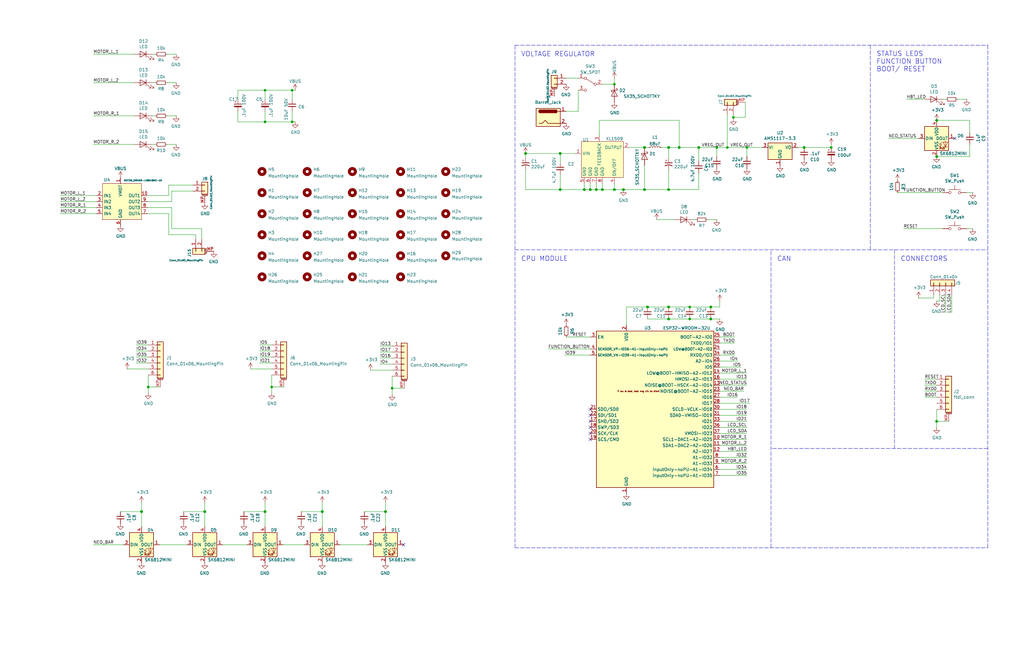
<source format=kicad_sch>
(kicad_sch (version 20211123) (generator eeschema)
  (paper "B")
  (title_block (rev "1.0P") (company "Evezor Inc."))
  (junction (at 294.64 62.23) (diameter 1.016))
  (junction (at 123.19 51.435))
  (junction (at 59.69 215.9) (diameter 1.016))
  (junction (at 246.38 80.01) (diameter 1.016))
  (junction (at 162.56 215.9) (diameter 1.016))
  (junction (at 236.22 80.01) (diameter 1.016))
  (junction (at 271.78 80.01) (diameter 1.016))
  (junction (at 299.72 129.54) (diameter 1.016))
  (junction (at 309.245 49.53))
  (junction (at 273.05 129.54) (diameter 1.016))
  (junction (at 86.36 215.9) (diameter 1.016))
  (junction (at 165.354 163.83))
  (junction (at 135.89 215.9) (diameter 1.016))
  (junction (at 262.89 80.01) (diameter 1.016))
  (junction (at 306.705 62.23))
  (junction (at 254 80.01) (diameter 1.016))
  (junction (at 394.97 50.8) (diameter 1.016))
  (junction (at 394.97 66.04) (diameter 1.016))
  (junction (at 281.94 134.62) (diameter 1.016))
  (junction (at 302.26 62.23))
  (junction (at 248.92 80.01) (diameter 1.016))
  (junction (at 339.09 62.23) (diameter 1.016))
  (junction (at 111.76 51.435))
  (junction (at 251.46 80.01) (diameter 1.016))
  (junction (at 259.08 35.56))
  (junction (at 299.72 134.62) (diameter 1.016))
  (junction (at 281.94 129.54) (diameter 1.016))
  (junction (at 290.83 134.62))
  (junction (at 281.94 62.23) (diameter 1.016))
  (junction (at 111.76 38.1))
  (junction (at 314.96 62.23))
  (junction (at 114.554 163.322))
  (junction (at 286.385 62.23) (diameter 1.016))
  (junction (at 350.52 62.23))
  (junction (at 281.94 80.01) (diameter 1.016))
  (junction (at 62.484 163.322))
  (junction (at 123.19 38.1))
  (junction (at 394.97 177.8) (diameter 1.016))
  (junction (at 259.08 80.01) (diameter 1.016))
  (junction (at 236.22 64.77) (diameter 1.016))
  (junction (at 271.78 62.23) (diameter 1.016))
  (junction (at 221.615 64.77) (diameter 1.016))
  (junction (at 290.83 129.54))
  (junction (at 111.76 215.9) (diameter 1.016))
  (no_connect (at 248.92 180.34))
  (no_connect (at 248.92 177.8))
  (no_connect (at 248.92 172.72))
  (no_connect (at 402.59 58.42))
  (no_connect (at 248.92 175.26))
  (no_connect (at 248.92 182.88))
  (no_connect (at 170.18 229.87))
  (no_connect (at 248.92 185.42))
  (wire (pts (xy 401.32 124.46) (xy 401.32 132.08)))
  (wire (pts (xy 50.8 215.9) (xy 59.69 215.9)))
  (wire (pts (xy 111.76 38.1) (xy 111.76 41.91)))
  (polyline (pts (xy 367.03 19.05) (xy 367.03 105.41)) (stroke (width 0) (type dash)))
  (wire (pts (xy 387.35 58.42) (xy 374.65 58.42)))
  (wire (pts (xy 123.19 51.435) (xy 124.46 51.435)))
  (wire (pts (xy 127 215.9) (xy 135.89 215.9)))
  (wire (pts (xy 25.4 87.63) (xy 40.64 87.63)))
  (wire (pts (xy 387.35 125.73) (xy 393.7 125.73)))
  (wire (pts (xy 123.19 38.1) (xy 123.19 41.91)))
  (wire (pts (xy 160.274 153.67) (xy 165.354 153.67)))
  (wire (pts (xy 102.87 215.9) (xy 111.76 215.9)))
  (wire (pts (xy 111.76 215.9) (xy 111.76 222.25)))
  (wire (pts (xy 77.47 215.9) (xy 86.36 215.9)))
  (wire (pts (xy 39.37 22.86) (xy 56.515 22.86)))
  (wire (pts (xy 314.325 49.53) (xy 309.245 49.53)))
  (wire (pts (xy 53.594 155.702) (xy 62.484 155.702)))
  (wire (pts (xy 306.705 48.26) (xy 306.705 62.23)))
  (wire (pts (xy 111.76 51.435) (xy 111.76 46.99)))
  (wire (pts (xy 403.86 41.91) (xy 407.67 41.91)))
  (wire (pts (xy 100.33 51.435) (xy 111.76 51.435)))
  (wire (pts (xy 294.64 62.23) (xy 294.64 67.945)))
  (wire (pts (xy 303.53 142.24) (xy 309.88 142.24)))
  (wire (pts (xy 396.24 127) (xy 396.24 124.46)))
  (wire (pts (xy 394.97 66.04) (xy 408.94 66.04)))
  (wire (pts (xy 238.76 46.99) (xy 243.84 46.99)))
  (wire (pts (xy 64.135 34.925) (xy 65.405 34.925)))
  (wire (pts (xy 278.765 62.23) (xy 281.94 62.23)))
  (wire (pts (xy 262.89 80.01) (xy 271.78 80.01)))
  (wire (pts (xy 314.96 62.23) (xy 314.96 66.04)))
  (wire (pts (xy 221.615 80.01) (xy 236.22 80.01)))
  (wire (pts (xy 162.56 215.9) (xy 162.56 212.09)))
  (wire (pts (xy 299.72 129.54) (xy 303.53 129.54)))
  (wire (pts (xy 314.96 62.23) (xy 321.31 62.23)))
  (wire (pts (xy 57.404 153.162) (xy 62.484 153.162)))
  (wire (pts (xy 62.23 90.17) (xy 71.12 90.17)))
  (wire (pts (xy 71.12 90.17) (xy 71.12 99.06)))
  (wire (pts (xy 71.12 99.06) (xy 82.55 99.06)))
  (wire (pts (xy 111.76 215.9) (xy 111.76 212.09)))
  (wire (pts (xy 236.22 64.77) (xy 221.615 64.77)))
  (wire (pts (xy 389.89 160.02) (xy 394.97 160.02)))
  (wire (pts (xy 252.73 50.8) (xy 252.73 57.15)))
  (wire (pts (xy 105.664 155.702) (xy 114.554 155.702)))
  (wire (pts (xy 100.33 38.1) (xy 111.76 38.1)))
  (wire (pts (xy 86.36 215.9) (xy 86.36 222.25)))
  (wire (pts (xy 281.94 80.01) (xy 294.64 80.01)))
  (wire (pts (xy 303.53 129.54) (xy 303.53 127)))
  (polyline (pts (xy 217.17 19.05) (xy 416.56 19.05)) (stroke (width 0) (type dash)))
  (wire (pts (xy 303.53 190.5) (xy 314.96 190.5)))
  (wire (pts (xy 259.08 33.02) (xy 259.08 35.56)))
  (wire (pts (xy 394.97 177.8) (xy 400.05 177.8)))
  (wire (pts (xy 85.09 96.52) (xy 85.09 100.965)))
  (wire (pts (xy 135.89 215.9) (xy 135.89 212.09)))
  (wire (pts (xy 303.53 200.66) (xy 314.96 200.66)))
  (wire (pts (xy 290.83 129.54) (xy 299.72 129.54)))
  (wire (pts (xy 111.76 38.1) (xy 123.19 38.1)))
  (wire (pts (xy 303.53 198.12) (xy 314.96 198.12)))
  (wire (pts (xy 314.325 43.18) (xy 314.325 49.53)))
  (wire (pts (xy 165.354 163.83) (xy 170.434 163.83)))
  (wire (pts (xy 243.84 38.1) (xy 243.84 46.99)))
  (wire (pts (xy 303.53 165.1) (xy 313.69 165.1)))
  (wire (pts (xy 59.69 215.9) (xy 59.69 212.09)))
  (wire (pts (xy 25.4 82.55) (xy 40.64 82.55)))
  (wire (pts (xy 123.19 51.435) (xy 123.19 46.99)))
  (wire (pts (xy 246.38 80.01) (xy 248.92 80.01)))
  (wire (pts (xy 309.88 149.86) (xy 303.53 149.86)))
  (wire (pts (xy 39.37 34.925) (xy 56.515 34.925)))
  (wire (pts (xy 294.64 62.23) (xy 302.26 62.23)))
  (wire (pts (xy 378.46 81.28) (xy 397.51 81.28)))
  (wire (pts (xy 382.27 41.91) (xy 389.89 41.91)))
  (wire (pts (xy 254 80.01) (xy 259.08 80.01)))
  (wire (pts (xy 336.55 62.23) (xy 339.09 62.23)))
  (wire (pts (xy 162.56 215.9) (xy 162.56 222.25)))
  (wire (pts (xy 109.474 145.542) (xy 114.554 145.542)))
  (wire (pts (xy 286.385 50.8) (xy 286.385 62.23)))
  (wire (pts (xy 111.76 51.435) (xy 123.19 51.435)))
  (wire (pts (xy 160.274 146.05) (xy 165.354 146.05)))
  (wire (pts (xy 236.22 64.77) (xy 236.22 68.58)))
  (wire (pts (xy 70.485 34.925) (xy 74.295 34.925)))
  (wire (pts (xy 59.69 215.9) (xy 59.69 222.25)))
  (wire (pts (xy 114.554 163.322) (xy 114.554 165.862)))
  (wire (pts (xy 394.97 172.72) (xy 394.97 177.8)))
  (wire (pts (xy 394.97 177.8) (xy 394.97 180.34)))
  (wire (pts (xy 407.67 81.28) (xy 410.21 81.28)))
  (wire (pts (xy 52.07 229.87) (xy 39.37 229.87)))
  (polyline (pts (xy 217.17 231.14) (xy 217.17 19.05)) (stroke (width 0) (type dash)))
  (wire (pts (xy 394.97 167.64) (xy 389.89 167.64)))
  (wire (pts (xy 303.53 160.02) (xy 314.96 160.02)))
  (wire (pts (xy 100.33 38.1) (xy 100.33 41.91)))
  (wire (pts (xy 39.37 48.895) (xy 56.515 48.895)))
  (wire (pts (xy 294.64 73.025) (xy 294.64 80.01)))
  (wire (pts (xy 407.67 96.52) (xy 410.21 96.52)))
  (wire (pts (xy 62.484 158.242) (xy 62.484 163.322)))
  (wire (pts (xy 70.485 22.86) (xy 74.295 22.86)))
  (wire (pts (xy 303.53 152.4) (xy 311.15 152.4)))
  (polyline (pts (xy 416.56 189.23) (xy 325.12 189.23)) (stroke (width 0) (type dash)))
  (wire (pts (xy 271.78 80.01) (xy 281.94 80.01)))
  (wire (pts (xy 248.92 77.47) (xy 248.92 80.01)))
  (wire (pts (xy 299.72 134.62) (xy 303.53 134.62)))
  (polyline (pts (xy 416.56 19.05) (xy 416.56 231.14)) (stroke (width 0) (type dash)))
  (wire (pts (xy 119.38 229.87) (xy 128.27 229.87)))
  (wire (pts (xy 248.92 80.01) (xy 251.46 80.01)))
  (wire (pts (xy 143.51 229.87) (xy 154.94 229.87)))
  (wire (pts (xy 281.94 134.62) (xy 290.83 134.62)))
  (wire (pts (xy 93.98 229.87) (xy 104.14 229.87)))
  (wire (pts (xy 303.53 162.56) (xy 314.96 162.56)))
  (wire (pts (xy 221.615 71.755) (xy 221.615 80.01)))
  (polyline (pts (xy 377.19 105.41) (xy 377.19 189.23)) (stroke (width 0) (type dash)))
  (wire (pts (xy 251.46 77.47) (xy 251.46 80.01)))
  (wire (pts (xy 281.94 62.23) (xy 286.385 62.23)))
  (wire (pts (xy 25.4 90.17) (xy 40.64 90.17)))
  (wire (pts (xy 160.274 151.13) (xy 165.354 151.13)))
  (wire (pts (xy 25.4 85.09) (xy 40.64 85.09)))
  (wire (pts (xy 259.08 77.47) (xy 259.08 80.01)))
  (wire (pts (xy 242.57 64.77) (xy 236.22 64.77)))
  (wire (pts (xy 271.78 62.23) (xy 273.685 62.23)))
  (wire (pts (xy 303.53 187.96) (xy 314.96 187.96)))
  (wire (pts (xy 231.14 147.32) (xy 248.92 147.32)))
  (wire (pts (xy 62.23 82.55) (xy 71.12 82.55)))
  (wire (pts (xy 71.12 78.105) (xy 81.28 78.105)))
  (wire (pts (xy 71.12 82.55) (xy 71.12 78.105)))
  (wire (pts (xy 303.53 182.88) (xy 314.96 182.88)))
  (wire (pts (xy 271.78 80.01) (xy 271.78 69.85)))
  (wire (pts (xy 236.22 73.66) (xy 236.22 80.01)))
  (wire (pts (xy 303.53 157.48) (xy 314.96 157.48)))
  (wire (pts (xy 316.23 170.18) (xy 303.53 170.18)))
  (wire (pts (xy 286.385 62.23) (xy 294.64 62.23)))
  (wire (pts (xy 408.94 66.04) (xy 408.94 60.96)))
  (wire (pts (xy 303.53 185.42) (xy 314.96 185.42)))
  (wire (pts (xy 109.474 153.162) (xy 114.554 153.162)))
  (wire (pts (xy 165.354 158.75) (xy 165.354 163.83)))
  (wire (pts (xy 114.554 163.322) (xy 119.634 163.322)))
  (wire (pts (xy 238.76 142.24) (xy 248.92 142.24)))
  (wire (pts (xy 302.26 62.23) (xy 302.26 66.04)))
  (wire (pts (xy 309.245 49.53) (xy 309.245 50.165)))
  (wire (pts (xy 281.94 129.54) (xy 290.83 129.54)))
  (wire (pts (xy 238.76 33.02) (xy 243.84 33.02)))
  (polyline (pts (xy 217.17 231.14) (xy 416.56 231.14)) (stroke (width 0) (type dash)))
  (wire (pts (xy 123.19 38.1) (xy 124.46 38.1)))
  (wire (pts (xy 381 96.52) (xy 397.51 96.52)))
  (polyline (pts (xy 217.17 105.41) (xy 416.56 105.41)) (stroke (width 0) (type dash)))
  (wire (pts (xy 62.23 87.63) (xy 72.39 87.63)))
  (wire (pts (xy 72.39 87.63) (xy 72.39 96.52)))
  (wire (pts (xy 72.39 96.52) (xy 85.09 96.52)))
  (wire (pts (xy 264.16 137.16) (xy 264.16 129.54)))
  (wire (pts (xy 246.38 77.47) (xy 246.38 80.01)))
  (wire (pts (xy 156.21 156.21) (xy 165.354 156.21)))
  (wire (pts (xy 62.484 163.322) (xy 62.484 165.862)))
  (wire (pts (xy 254 35.56) (xy 259.08 35.56)))
  (wire (pts (xy 273.05 129.54) (xy 281.94 129.54)))
  (wire (pts (xy 393.7 125.73) (xy 393.7 124.46)))
  (wire (pts (xy 254 77.47) (xy 254 80.01)))
  (wire (pts (xy 57.404 145.542) (xy 62.484 145.542)))
  (wire (pts (xy 394.97 50.8) (xy 408.94 50.8)))
  (wire (pts (xy 259.08 80.01) (xy 262.89 80.01)))
  (wire (pts (xy 64.135 48.895) (xy 65.405 48.895)))
  (wire (pts (xy 350.52 60.96) (xy 350.52 62.23)))
  (wire (pts (xy 298.45 92.71) (xy 302.26 92.71)))
  (wire (pts (xy 309.245 48.26) (xy 309.245 49.53)))
  (wire (pts (xy 86.36 215.9) (xy 86.36 212.09)))
  (wire (pts (xy 57.404 148.082) (xy 62.484 148.082)))
  (wire (pts (xy 238.125 149.86) (xy 248.92 149.86)))
  (wire (pts (xy 290.83 134.62) (xy 299.72 134.62)))
  (wire (pts (xy 389.89 165.1) (xy 394.97 165.1)))
  (wire (pts (xy 339.09 62.23) (xy 350.52 62.23)))
  (wire (pts (xy 72.39 80.645) (xy 72.39 85.09)))
  (wire (pts (xy 72.39 80.645) (xy 81.28 80.645)))
  (wire (pts (xy 72.39 85.09) (xy 62.23 85.09)))
  (polyline (pts (xy 325.12 231.14) (xy 325.12 105.41)) (stroke (width 0) (type dash)))
  (wire (pts (xy 303.53 175.26) (xy 314.96 175.26)))
  (wire (pts (xy 114.554 158.242) (xy 114.554 163.322)))
  (wire (pts (xy 39.37 60.96) (xy 56.515 60.96)))
  (wire (pts (xy 236.22 80.01) (xy 246.38 80.01)))
  (wire (pts (xy 303.53 180.34) (xy 314.96 180.34)))
  (wire (pts (xy 135.89 215.9) (xy 135.89 222.25)))
  (wire (pts (xy 265.43 62.23) (xy 271.78 62.23)))
  (wire (pts (xy 302.26 62.23) (xy 306.705 62.23)))
  (wire (pts (xy 109.474 150.622) (xy 114.554 150.622)))
  (wire (pts (xy 311.15 167.64) (xy 303.53 167.64)))
  (wire (pts (xy 57.404 150.622) (xy 62.484 150.622)))
  (wire (pts (xy 252.73 50.8) (xy 286.385 50.8)))
  (wire (pts (xy 221.615 64.77) (xy 221.615 66.675)))
  (wire (pts (xy 82.55 99.06) (xy 82.55 100.965)))
  (wire (pts (xy 303.53 172.72) (xy 314.96 172.72)))
  (wire (pts (xy 306.705 62.23) (xy 314.96 62.23)))
  (wire (pts (xy 273.05 134.62) (xy 281.94 134.62)))
  (wire (pts (xy 165.354 163.83) (xy 165.354 166.37)))
  (wire (pts (xy 67.31 229.87) (xy 78.74 229.87)))
  (wire (pts (xy 251.46 80.01) (xy 254 80.01)))
  (wire (pts (xy 281.94 80.01) (xy 281.94 71.755)))
  (wire (pts (xy 276.86 92.71) (xy 284.48 92.71)))
  (wire (pts (xy 303.53 177.8) (xy 314.96 177.8)))
  (wire (pts (xy 70.485 48.895) (xy 74.295 48.895)))
  (wire (pts (xy 64.135 22.86) (xy 65.405 22.86)))
  (wire (pts (xy 292.1 92.71) (xy 293.37 92.71)))
  (wire (pts (xy 109.474 148.082) (xy 114.554 148.082)))
  (wire (pts (xy 303.53 195.58) (xy 314.96 195.58)))
  (wire (pts (xy 394.97 127) (xy 396.24 127)))
  (wire (pts (xy 264.16 129.54) (xy 273.05 129.54)))
  (wire (pts (xy 398.78 124.46) (xy 398.78 132.08)))
  (wire (pts (xy 153.67 215.9) (xy 162.56 215.9)))
  (wire (pts (xy 303.53 144.78) (xy 309.88 144.78)))
  (wire (pts (xy 62.484 163.322) (xy 67.564 163.322)))
  (wire (pts (xy 160.274 148.59) (xy 165.354 148.59)))
  (wire (pts (xy 408.94 50.8) (xy 408.94 55.88)))
  (wire (pts (xy 70.485 60.96) (xy 74.295 60.96)))
  (wire (pts (xy 303.53 193.04) (xy 314.96 193.04)))
  (wire (pts (xy 64.135 60.96) (xy 65.405 60.96)))
  (wire (pts (xy 397.51 41.91) (xy 398.78 41.91)))
  (wire (pts (xy 389.89 162.56) (xy 394.97 162.56)))
  (wire (pts (xy 281.94 62.23) (xy 281.94 66.675)))
  (wire (pts (xy 303.53 154.94) (xy 312.42 154.94)))
  (wire (pts (xy 100.33 46.99) (xy 100.33 51.435)))
  (text "VOLTAGE REGULATOR" (at 219.71 24.13 0) (effects (font (size 2.0066 2.0066)) (justify left bottom)))
  (text "CPU MODULE" (at 219.71 110.49 0) (effects (font (size 2.0066 2.0066)) (justify left bottom)))
  (text "CAN \n" (at 327.66 110.49 0) (effects (font (size 2.0066 2.0066)) (justify left bottom)))
  (text "STATUS LEDS \nFUNCTION BUTTON\nBOOT/ RESET " (at 369.57 30.48 0) (effects (font (size 2.0066 2.0066)) (justify left bottom)))
  (text "CONNECTORS" (at 379.73 110.49 0) (effects (font (size 2.0066 2.0066)) (justify left bottom)))
  (label "MOTOR_R_1" (at 314.96 185.42 180))
  (label "MOTOR_R_1" (at 25.4 87.63 0))
  (label "TXDO" (at 309.88 144.78 180))
  (label "MOTOR_L_2" (at 314.96 187.96 180))
  (label "RESET" (at 241.3 142.24 0))
  (label "IO35" (at 314.96 200.66 180))
  (label "IO21" (at 314.96 177.8 180))
  (label "IO5" (at 109.474 145.542 0))
  (label "IO4" (at 160.274 153.67 0))
  (label "IO34" (at 314.96 198.12 180))
  (label "IO4" (at 311.15 152.4 180))
  (label "IO18" (at 314.96 172.72 180))
  (label "HBT_LED" (at 314.96 190.5 180))
  (label "HBT_LED" (at 382.27 41.91 0))
  (label "MOTOR_R_2" (at 39.37 60.96 0))
  (label "MOTOR_R_1" (at 39.37 48.895 0))
  (label "MOTOR_L_1" (at 25.4 82.55 0))
  (label "MOTOR_L_2" (at 25.4 85.09 0))
  (label "LCD_SCL" (at 314.96 180.34 180))
  (label "NEO_BAR" (at 313.69 165.1 180))
  (label "IO39" (at 238.125 149.86 0))
  (label "IO16" (at 160.274 151.13 0))
  (label "RXD0" (at 389.89 165.1 0))
  (label "IO17" (at 316.23 170.18 180))
  (label "MOTOR_L_2" (at 39.37 34.925 0))
  (label "IO32" (at 57.404 153.162 0))
  (label "IO32" (at 314.96 193.04 180))
  (label "IO13" (at 314.96 160.02 180))
  (label "MOTOR_R_2" (at 314.96 195.58 180))
  (label "VREG_OUT" (at 317.5 62.23 180))
  (label "IO17" (at 160.274 148.59 0))
  (label "IO16" (at 311.15 167.64 180))
  (label "MOTOR_L_1" (at 39.37 22.86 0))
  (label "LCD_SCL" (at 398.78 132.08 90))
  (label "IO39" (at 57.404 145.542 0))
  (label "TXDO" (at 389.89 162.56 0))
  (label "FUNCTION_BUTTON" (at 381 81.28 0))
  (label "NEO_STATUS" (at 374.65 58.42 0))
  (label "IO19" (at 314.96 175.26 180))
  (label "LCD_SDA" (at 314.96 182.88 180))
  (label "IO21" (at 109.474 153.162 0))
  (label "VREG_OUT" (at 305.435 62.23 180))
  (label "IO34" (at 57.404 148.082 0))
  (label "RESET" (at 381 96.52 0))
  (label "LCD_SDA" (at 401.32 132.08 90))
  (label "IO35" (at 57.404 150.622 0))
  (label "MOTOR_L_1" (at 314.96 157.48 180))
  (label "IO18" (at 109.474 148.082 0))
  (label "FUNCTION_BUTTON" (at 231.14 147.32 0))
  (label "MOTOR_R_2" (at 25.4 90.17 0))
  (label "IO13" (at 160.274 146.05 0))
  (label "BOOT" (at 389.89 167.64 0))
  (label "RXD0" (at 309.88 149.86 180))
  (label "IO5" (at 312.42 154.94 180))
  (label "BOOT" (at 309.88 142.24 180))
  (label "NEO_BAR" (at 39.37 229.87 0))
  (label "NEO_STATUS" (at 314.96 162.56 180))
  (label "RESET" (at 389.89 160.02 0))
  (label "IO19" (at 109.474 150.622 0))
  (symbol (lib_id "power:+3.3V") (at 350.52 60.96 0) (unit 1)
    (property "Reference" "#PWR0101" (effects hide))
    (property "Value" "+3.3V" (at 350.901 56.5658 0))
  )
  (symbol (lib_id "Regulator_Linear:AMS1117-3.3") (at 328.93 62.23 0) (unit 1)
    (property "Reference" "U2" (at 328.93 56.0832 0))
    (property "Value" "AMS1117-3.3" (at 328.93 58.3946 0))
    (property "Footprint" "Package_TO_SOT_SMD:SOT-223-3_TabPin2" (effects hide))
    (property "Datasheet" "http://www.advanced-monolithic.com/pdf/ds1117.pdf" (effects hide))
  )
  (symbol (lib_id "power:GND") (at 328.93 69.85 0) (unit 1)
    (property "Reference" "#PWR0110" (effects hide))
    (property "Value" "GND" (at 329.057 74.2442 0))
  )
  (symbol (lib_id "Device:LED") (at 393.7 41.91 0) (mirror y) (unit 1)
    (property "Reference" "D3" (at 393.8778 36.4236 0))
    (property "Value" "LED" (at 393.8778 38.735 0))
    (property "Footprint" "LED_SMD:LED_0603_1608Metric" (effects hide))
  )
  (symbol (lib_id "Device:R_Small") (at 401.32 41.91 270) (mirror x) (unit 1)
    (property "Reference" "R5" (at 401.32 44.45 90))
    (property "Value" "10k" (at 401.32 39.37 90))
    (property "Footprint" "Resistor_SMD:R_0603_1608Metric" (effects hide))
  )
  (symbol (lib_id "power:GND") (at 407.67 41.91 0) (mirror y) (unit 1)
    (property "Reference" "#PWR0133" (effects hide))
    (property "Value" "GND" (at 407.543 46.3042 0))
  )
  (symbol (lib_id "power:GND") (at 410.21 81.28 0) (mirror y) (unit 1)
    (property "Reference" "#PWR0129" (effects hide))
    (property "Value" "GND" (at 410.083 85.6742 0))
  )
  (symbol (lib_id "Switch:SW_Push") (at 402.59 81.28 0) (unit 1)
    (property "Reference" "SW1" (at 402.59 74.041 0))
    (property "Value" "SW_Push" (at 402.59 76.3524 0))
    (property "Footprint" "Button_Switch_SMD:SWITCH_2x3_SMD_TACTILE_GREEN" (effects hide))
  )
  (symbol (lib_id "power:+3.3V") (at 394.97 50.8 0) (unit 1)
    (property "Reference" "#PWR0130" (effects hide))
    (property "Value" "+3.3V" (at 395.351 46.4058 0))
  )
  (symbol (lib_id "power:GND") (at 394.97 66.04 0) (mirror y) (unit 1)
    (property "Reference" "#PWR0131" (effects hide))
    (property "Value" "GND" (at 394.843 70.4342 0))
  )
  (symbol (lib_id "Device:C_Small") (at 408.94 58.42 180) (unit 1)
    (property "Reference" "C9" (at 414.7566 58.42 90))
    (property "Value" ".1uF" (at 412.4452 58.42 90))
    (property "Footprint" "Capacitor_SMD:C_0603_1608Metric" (effects hide))
  )
  (symbol (lib_id "Device:C_Small") (at 339.09 64.77 0) (unit 1)
    (property "Reference" "C10" (at 341.63 67.31 0) (effects (justify left)))
    (property "Value" ".1uF" (at 341.63 64.77 0) (effects (justify left)))
    (property "Footprint" "Capacitor_SMD:C_0603_1608Metric" (effects hide))
  )
  (symbol (lib_id "power:GND") (at 339.09 67.31 0) (unit 1)
    (property "Reference" "#PWR0137" (effects hide))
    (property "Value" "GND" (at 339.217 71.7042 0))
  )
  (symbol (lib_id "LED:SK6812MINI") (at 394.97 58.42 0) (unit 1)
    (property "Reference" "D6" (at 403.7076 57.2516 0) (effects (justify left)))
    (property "Value" "SK6812MINI" (at 396.24 64.77 0) (effects (justify left)))
    (property "Footprint" "LED_SMD:LED_SK6812MINI_PLCC4_3.5x3.5mm_P1.75mm" (effects hide))
    (property "Datasheet" "https://cdn-shop.adafruit.com/product-files/2686/SK6812MINI_REV.01-1-2.pdf" (effects hide))
  )
  (symbol (lib_id "Device:C_Small") (at 273.05 132.08 0) (unit 1)
    (property "Reference" "C7" (at 267.97 133.35 0) (effects (justify left)))
    (property "Value" "22uF" (at 266.7 130.81 0) (effects (justify left)))
    (property "Footprint" "Capacitor_SMD:C_0805_2012Metric" (effects hide))
  )
  (symbol (lib_id "Device:C_Small") (at 281.94 132.08 0) (unit 1)
    (property "Reference" "C11" (at 276.86 133.35 0) (effects (justify left)))
    (property "Value" "22uF" (at 275.59 130.81 0) (effects (justify left)))
    (property "Footprint" "Capacitor_SMD:C_0805_2012Metric" (effects hide))
  )
  (symbol (lib_id "Device:C_Small") (at 299.72 132.08 0) (unit 1)
    (property "Reference" "C13" (at 294.64 133.35 0) (effects (justify left)))
    (property "Value" "22uF" (at 293.37 130.81 0) (effects (justify left)))
    (property "Footprint" "Capacitor_SMD:C_0805_2012Metric" (effects hide))
  )
  (symbol (lib_id "Device:R_Small") (at 238.76 139.7 180) (unit 1)
    (property "Reference" "R6" (at 241.3 139.7 90))
    (property "Value" "10k" (at 236.22 139.7 90))
    (property "Footprint" "Resistor_SMD:R_0603_1608Metric" (effects hide))
  )
  (symbol (lib_id "Connector_Generic_MountingPin:Conn_01x06_MountingPin") (at 400.05 165.1 0) (unit 1)
    (property "Reference" "J2" (at 402.082 165.3032 0) (effects (justify left)))
    (property "Value" "ftdi_conn" (at 402.082 167.6146 0) (effects (justify left)))
    (property "Footprint" "Connector_JST:JST_SH_SM06B-SRSS-TB_1x06-1MP_P1.00mm_Horizontal" (effects hide))
  )
  (symbol (lib_id "power:+3.3V") (at 238.76 137.16 0) (unit 1)
    (property "Reference" "#PWR0113" (effects hide))
    (property "Value" "+3.3V" (at 239.141 132.7658 0))
  )
  (symbol (lib_id "power:+3.3V") (at 303.53 127 0) (unit 1)
    (property "Reference" "#PWR0114" (effects hide))
    (property "Value" "+3.3V" (at 303.911 122.6058 0))
  )
  (symbol (lib_id "power:GND") (at 303.53 134.62 0) (unit 1)
    (property "Reference" "#PWR0126" (effects hide))
    (property "Value" "GND" (at 303.657 139.0142 0))
  )
  (symbol (lib_id "power:GND") (at 394.97 180.34 0) (unit 1)
    (property "Reference" "#PWR0119" (effects hide))
    (property "Value" "GND" (at 395.097 184.7342 0))
  )
  (symbol (lib_id "power:GND") (at 264.16 208.28 0) (unit 1)
    (property "Reference" "#PWR0124" (effects hide))
    (property "Value" "GND" (at 264.287 212.6742 0))
  )
  (symbol (lib_id "RF_Module:ESP32-WROOM-32U") (at 276.86 172.72 0) (unit 1)
    (property "Reference" "U3" (at 273.05 138.43 0))
    (property "Value" "ESP32-WROOM-32U" (at 289.56 138.43 0))
    (property "Footprint" "RF_Module:ESP32-WROOM-32U_evezor" (effects hide))
    (property "Datasheet" "https://www.espressif.com/sites/default/files/documentation/esp32-wroom-32d_esp32-wroom-32u_datasheet_en.pdf" (effects hide))
  )
  (symbol (lib_id "power:GND") (at 410.21 96.52 0) (mirror y) (unit 1)
    (property "Reference" "#PWR0117" (effects hide))
    (property "Value" "GND" (at 410.083 100.9142 0))
  )
  (symbol (lib_id "Switch:SW_Push") (at 402.59 96.52 0) (unit 1)
    (property "Reference" "SW2" (at 402.59 89.281 0))
    (property "Value" "SW_Push" (at 402.59 91.5924 0))
    (property "Footprint" "Button_Switch_SMD:SWITCH_2x3_SMD_TACTILE_GREEN" (effects hide))
  )
  (symbol (lib_id "Device:LED") (at 288.29 92.71 0) (mirror y) (unit 1)
    (property "Reference" "D8" (at 288.4678 87.2236 0))
    (property "Value" "LED" (at 288.4678 89.535 0))
    (property "Footprint" "LED_SMD:LED_0603_1608Metric" (effects hide))
  )
  (symbol (lib_id "Device:R_Small") (at 295.91 92.71 270) (mirror x) (unit 1)
    (property "Reference" "R7" (at 295.91 95.25 90))
    (property "Value" "82k" (at 295.91 90.17 90))
    (property "Footprint" "Resistor_SMD:R_0603_1608Metric" (effects hide))
  )
  (symbol (lib_id "power:GND") (at 302.26 92.71 0) (mirror y) (unit 1)
    (property "Reference" "#PWR0138" (effects hide))
    (property "Value" "GND" (at 302.133 97.1042 0))
  )
  (symbol (lib_id "Device:R_Small") (at 378.46 78.74 180) (unit 1)
    (property "Reference" "R3" (at 381 78.74 90))
    (property "Value" "10k" (at 375.92 78.74 90))
    (property "Footprint" "Resistor_SMD:R_0603_1608Metric" (effects hide))
  )
  (symbol (lib_id "power:+3.3V") (at 378.46 76.2 0) (unit 1)
    (property "Reference" "#PWR0116" (effects hide))
    (property "Value" "+3.3V" (at 378.841 71.8058 0))
  )
  (symbol (lib_id "power:VBUS") (at 124.46 38.1 0) (unit 1)
    (property "Reference" "#PWR024" (effects hide))
    (property "Value" "VBUS" (at 124.46 34.29 0))
  )
  (symbol (lib_id "Mechanical:MountingHole") (at 187.96 107.95 0) (unit 1)
    (property "Reference" "H29" (at 190.5 106.6799 0) (effects (justify left)))
    (property "Value" "MountingHole" (at 190.5 109.2199 0) (effects (justify left)))
    (property "Footprint" "MountingHole:MountingHole_3.2mm_M3_ISO14580" (effects hide))
  )
  (symbol (lib_id "power:GND") (at 127 220.98 0) (mirror y) (unit 1)
    (property "Reference" "#PWR026" (effects hide))
    (property "Value" "GND" (at 126.873 225.3742 0))
  )
  (symbol (lib_id "Mechanical:MountingHole") (at 168.91 90.17 0) (unit 1)
    (property "Reference" "H14" (at 171.45 89.2615 0) (effects (justify left)))
    (property "Value" "MountingHole" (at 171.45 92.0366 0) (effects (justify left)))
    (property "Footprint" "MountingHole:MountingHole_3.2mm_M3_ISO14580" (effects hide))
  )
  (symbol (lib_id "Device:CP_Small") (at 111.76 44.45 0) (unit 1)
    (property "Reference" "C5" (at 107.95 41.91 0) (effects (justify left)))
    (property "Value" ".1uF 100V" (at 114.3 49.53 90) (effects (justify left)))
    (property "Footprint" "Capacitor_SMD:C_0805_2012Metric" (effects hide))
  )
  (symbol (lib_id "Mechanical:MountingHole") (at 148.59 90.17 0) (unit 1)
    (property "Reference" "H15" (at 151.13 89.2615 0) (effects (justify left)))
    (property "Value" "MountingHole" (at 151.13 92.0366 0) (effects (justify left)))
    (property "Footprint" "MountingHole:MountingHole_3.2mm_M3_ISO14580" (effects hide))
  )
  (symbol (lib_id "power:GND") (at 302.26 71.12 0) (unit 1)
    (property "Reference" "#PWR031" (effects hide))
    (property "Value" "GND" (at 302.387 75.5142 0))
  )
  (symbol (lib_id "Mechanical:MountingHole") (at 110.49 99.06 0) (unit 1)
    (property "Reference" "H3" (at 113.03 98.1515 0) (effects (justify left)))
    (property "Value" "MountingHole" (at 113.03 100.9266 0) (effects (justify left)))
    (property "Footprint" "MountingHole:MountingHole_3.2mm_M3_ISO14580" (effects hide))
  )
  (symbol (lib_id "power:GND") (at 86.36 85.725 0) (unit 1)
    (property "Reference" "#PWR015" (effects hide))
    (property "Value" "GND" (at 86.487 90.1192 0))
  )
  (symbol (lib_id "LED:SK6812MINI") (at 162.56 229.87 0) (unit 1)
    (property "Reference" "D11" (at 164.9476 223.6216 0) (effects (justify left)))
    (property "Value" "SK6812MINI" (at 163.83 236.22 0) (effects (justify left)))
    (property "Footprint" "LED_SMD:LED_SK6812MINI_PLCC4_3.5x3.5mm_P1.75mm" (effects hide))
    (property "Datasheet" "https://cdn-shop.adafruit.com/product-files/2686/SK6812MINI_REV.01-1-2.pdf" (effects hide))
  )
  (symbol (lib_id "power:GND") (at 165.354 166.37 0) (unit 1)
    (property "Reference" "#PWR04" (effects hide))
    (property "Value" "GND" (at 165.481 170.7642 0))
  )
  (symbol (lib_id "Mechanical:MountingHole") (at 129.54 81.28 0) (unit 1)
    (property "Reference" "H7" (at 132.08 80.3715 0) (effects (justify left)))
    (property "Value" "MountingHole" (at 132.08 83.1466 0) (effects (justify left)))
    (property "Footprint" "MountingHole:MountingHole_3.2mm_M3_ISO14580" (effects hide))
  )
  (symbol (lib_id "Mechanical:MountingHole") (at 187.96 72.39 0) (unit 1)
    (property "Reference" "H22" (at 190.5 71.4815 0) (effects (justify left)))
    (property "Value" "MountingHole" (at 190.5 74.2566 0) (effects (justify left)))
    (property "Footprint" "MountingHole:MountingHole_2.7mm_M2.5_ISO14580" (effects hide))
  )
  (symbol (lib_id "power:GND") (at 111.76 237.49 0) (mirror y) (unit 1)
    (property "Reference" "#PWR023" (effects hide))
    (property "Value" "GND" (at 111.633 241.8842 0))
  )
  (symbol (lib_id "power:GND") (at 314.96 71.12 0) (unit 1)
    (property "Reference" "#PWR032" (effects hide))
    (property "Value" "GND" (at 315.087 75.5142 0))
  )
  (symbol (lib_id "Device:R_Small") (at 67.945 22.86 270) (mirror x) (unit 1)
    (property "Reference" "R4" (at 67.945 25.4 90))
    (property "Value" "10k" (at 67.945 20.32 90))
    (property "Footprint" "Resistor_SMD:R_0603_1608Metric" (effects hide))
  )
  (symbol (lib_id "power:GND") (at 153.67 220.98 0) (mirror y) (unit 1)
    (property "Reference" "#PWR035" (effects hide))
    (property "Value" "GND" (at 153.543 225.3742 0))
  )
  (symbol (lib_id "power:VBUS") (at 259.08 33.02 0) (unit 1)
    (property "Reference" "#PWR029" (effects hide))
    (property "Value" "VBUS" (at 259.08 27.94 90))
  )
  (symbol (lib_id "Mechanical:MountingHole") (at 187.96 99.06 0) (unit 1)
    (property "Reference" "H28" (at 190.5 98.1515 0) (effects (justify left)))
    (property "Value" "MountingHole" (at 190.5 100.9266 0) (effects (justify left)))
    (property "Footprint" "MountingHole:MountingHole_3.2mm_M3_ISO14580" (effects hide))
  )
  (symbol (lib_id "Device:CP1_Small") (at 221.615 69.215 0) (unit 1)
    (property "Reference" "C1" (at 223.9264 68.0466 0) (effects (justify left)))
    (property "Value" "220uF" (at 223.9264 70.358 0) (effects (justify left)))
    (property "Footprint" "Capacitor_SMD:CP_Elec_10x10.5" (effects hide))
  )
  (symbol (lib_id "LED:SK6812MINI") (at 135.89 229.87 0) (unit 1)
    (property "Reference" "D10" (at 138.2776 223.6216 0) (effects (justify left)))
    (property "Value" "SK6812MINI" (at 137.16 236.22 0) (effects (justify left)))
    (property "Footprint" "LED_SMD:LED_SK6812MINI_PLCC4_3.5x3.5mm_P1.75mm" (effects hide))
    (property "Datasheet" "https://cdn-shop.adafruit.com/product-files/2686/SK6812MINI_REV.01-1-2.pdf" (effects hide))
  )
  (symbol (lib_id "power:GND") (at 114.554 165.862 0) (unit 1)
    (property "Reference" "#PWR011" (effects hide))
    (property "Value" "GND" (at 114.681 170.2562 0))
  )
  (symbol (lib_id "power:VBUS") (at 50.8 74.93 0) (unit 1)
    (property "Reference" "#PWR05" (effects hide))
    (property "Value" "VBUS" (at 50.8 71.12 0))
  )
  (symbol (lib_id "power:+3.3V") (at 105.664 155.702 0) (unit 1)
    (property "Reference" "#PWR010" (effects hide))
    (property "Value" "+3.3V" (at 106.045 151.3078 0))
  )
  (symbol (lib_id "Device:C_Small") (at 127 218.44 180) (unit 1)
    (property "Reference" "C21" (at 132.8166 218.44 90))
    (property "Value" ".1uF" (at 130.5052 218.44 90))
    (property "Footprint" "Capacitor_SMD:C_0603_1608Metric" (effects hide))
  )
  (symbol (lib_id "Mechanical:MountingHole") (at 168.91 99.06 0) (unit 1)
    (property "Reference" "H17" (at 171.45 98.1515 0) (effects (justify left)))
    (property "Value" "MountingHole" (at 171.45 100.9266 0) (effects (justify left)))
    (property "Footprint" "MountingHole:MountingHole_3.2mm_M3_ISO14580" (effects hide))
  )
  (symbol (lib_id "Device:CP_Small") (at 100.33 44.45 0) (unit 1)
    (property "Reference" "C17" (at 96.52 41.91 0) (effects (justify left)))
    (property "Value" ".1uF 100V" (at 102.87 49.53 90) (effects (justify left)))
    (property "Footprint" "Capacitor_SMD:C_0805_2012Metric" (effects hide))
  )
  (symbol (lib_id "Mechanical:MountingHole") (at 110.49 90.17 0) (unit 1)
    (property "Reference" "H2" (at 113.03 89.2615 0) (effects (justify left)))
    (property "Value" "MountingHole" (at 113.03 92.0366 0) (effects (justify left)))
    (property "Footprint" "MountingHole:MountingHole_3.2mm_M3_ISO14580" (effects hide))
  )
  (symbol (lib_id "power:+3.3V") (at 59.69 212.09 0) (unit 1)
    (property "Reference" "#PWR08" (effects hide))
    (property "Value" "+3.3V" (at 60.071 207.6958 0))
  )
  (symbol (lib_id "power:VBUS") (at 276.86 92.71 0) (mirror y) (unit 1)
    (property "Reference" "#PWR012" (effects hide))
    (property "Value" "VBUS" (at 276.86 89.1054 0))
  )
  (symbol (lib_id "LED:SK6812MINI") (at 59.69 229.87 0) (unit 1)
    (property "Reference" "D4" (at 62.0776 223.6216 0) (effects (justify left)))
    (property "Value" "SK6812MINI" (at 60.96 236.22 0) (effects (justify left)))
    (property "Footprint" "LED_SMD:LED_SK6812MINI_PLCC4_3.5x3.5mm_P1.75mm" (effects hide))
    (property "Datasheet" "https://cdn-shop.adafruit.com/product-files/2686/SK6812MINI_REV.01-1-2.pdf" (effects hide))
  )
  (symbol (lib_id "Device:LED") (at 60.325 60.96 0) (mirror y) (unit 1)
    (property "Reference" "D15" (at 60.5028 55.4736 0))
    (property "Value" "LED" (at 60.5028 57.785 0))
    (property "Footprint" "LED_SMD:LED_0603_1608Metric" (effects hide))
  )
  (symbol (lib_id "Connector_Generic_MountingPin:Conn_01x06_MountingPin") (at 170.434 151.13 0) (unit 1)
    (property "Reference" "J3" (at 172.974 151.4855 0) (effects (justify left)))
    (property "Value" "Conn_01x06_MountingPin" (at 172.974 154.0255 0) (effects (justify left)))
    (property "Footprint" "Connector_FFC-FPC:TE_84952-6_1x06-1MP_P1.0mm_Horizontal" (effects hide))
  )
  (symbol (lib_id "Device:LED") (at 60.325 48.895 0) (mirror y) (unit 1)
    (property "Reference" "D14" (at 60.5028 43.4086 0))
    (property "Value" "LED" (at 60.5028 45.72 0))
    (property "Footprint" "LED_SMD:LED_0603_1608Metric" (effects hide))
  )
  (symbol (lib_id "Connector_Generic_MountingPin:Conn_01x02_MountingPin") (at 306.705 43.18 90) (unit 1)
    (property "Reference" "J7" (at 304.0185 44.3229 0) (effects (justify left)))
    (property "Value" "Conn_01x02_MountingPin" (at 316.9536 40.5129 90) (effects (font (size 0.75 0.75)) (justify left)))
    (property "Footprint" "Connector_JST:JST_PH_B2B-PH-K_1x02_P2.00mm_Vertical" (effects hide))
  )
  (symbol (lib_id "Device:R_Small") (at 67.945 48.895 270) (mirror x) (unit 1)
    (property "Reference" "R9" (at 67.945 51.435 90))
    (property "Value" "10k" (at 67.945 46.355 90))
    (property "Footprint" "Resistor_SMD:R_0603_1608Metric" (effects hide))
  )
  (symbol (lib_id "power:GND") (at 50.8 220.98 0) (mirror y) (unit 1)
    (property "Reference" "#PWR07" (effects hide))
    (property "Value" "GND" (at 50.673 225.3742 0))
  )
  (symbol (lib_id "power:GND") (at 238.76 35.56 0) (mirror y) (unit 1)
    (property "Reference" "#PWR038" (effects hide))
    (property "Value" "GND" (at 238.633 39.9542 0))
  )
  (symbol (lib_id "LED:SK6812MINI") (at 86.36 229.87 0) (unit 1)
    (property "Reference" "D5" (at 88.7476 223.6216 0) (effects (justify left)))
    (property "Value" "SK6812MINI" (at 87.63 236.22 0) (effects (justify left)))
    (property "Footprint" "LED_SMD:LED_SK6812MINI_PLCC4_3.5x3.5mm_P1.75mm" (effects hide))
    (property "Datasheet" "https://cdn-shop.adafruit.com/product-files/2686/SK6812MINI_REV.01-1-2.pdf" (effects hide))
  )
  (symbol (lib_id "Device:C_Small") (at 236.22 71.12 0) (unit 1)
    (property "Reference" "C2" (at 239.395 69.215 0) (effects (justify left)))
    (property "Value" "4.7uF 100V" (at 233.68 77.47 90) (effects (justify left)))
    (property "Footprint" "Capacitor_SMD:C_0805_2012Metric" (effects hide))
  )
  (symbol (lib_id "Connector_Generic_MountingPin:Conn_01x02_MountingPin") (at 86.36 78.105 0) (unit 1)
    (property "Reference" "J8" (at 85.2171 75.4185 0) (effects (justify left)))
    (property "Value" "Conn_01x02_MountingPin" (at 89.0271 88.3536 90) (effects (font (size 0.75 0.75)) (justify left)))
    (property "Footprint" "Connector_JST:JST_PH_S2B-PH-K_1x02_P2.00mm_Horizontal" (effects hide))
  )
  (symbol (lib_id "Mechanical:MountingHole") (at 187.96 81.28 0) (unit 1)
    (property "Reference" "H19" (at 190.5 80.3715 0) (effects (justify left)))
    (property "Value" "MountingHole" (at 190.5 83.1466 0) (effects (justify left)))
    (property "Footprint" "MountingHole:MountingHole_3.2mm_M3_ISO14580" (effects hide))
  )
  (symbol (lib_id "Device:C_Small") (at 50.8 218.44 180) (unit 1)
    (property "Reference" "C8" (at 56.6166 218.44 90))
    (property "Value" ".1uF" (at 54.3052 218.44 90))
    (property "Footprint" "Capacitor_SMD:C_0603_1608Metric" (effects hide))
  )
  (symbol (lib_id "Mechanical:MountingHole") (at 168.91 107.95 0) (unit 1)
    (property "Reference" "H16" (at 171.45 107.0415 0) (effects (justify left)))
    (property "Value" "MountingHole" (at 171.45 109.8166 0) (effects (justify left)))
    (property "Footprint" "MountingHole:MountingHole_3.2mm_M3_ISO14580" (effects hide))
  )
  (symbol (lib_id "power:GND") (at 259.08 43.18 0) (unit 1)
    (property "Reference" "#PWR040" (effects hide))
    (property "Value" "GND" (at 259.207 47.5742 0))
  )
  (symbol (lib_id "power:GND") (at 74.295 22.86 0) (mirror y) (unit 1)
    (property "Reference" "#PWR019" (effects hide))
    (property "Value" "GND" (at 74.168 27.2542 0))
  )
  (symbol (lib_id "power:+3.3V") (at 135.89 212.09 0) (unit 1)
    (property "Reference" "#PWR027" (effects hide))
    (property "Value" "+3.3V" (at 136.271 207.6958 0))
  )
  (symbol (lib_id "Mechanical:MountingHole") (at 148.59 107.95 0) (unit 1)
    (property "Reference" "H20" (at 151.13 107.0415 0) (effects (justify left)))
    (property "Value" "MountingHole" (at 151.13 109.8166 0) (effects (justify left)))
    (property "Footprint" "MountingHole:MountingHole_3.2mm_M3_ISO14580" (effects hide))
  )
  (symbol (lib_id "power:GND") (at 124.46 51.435 0) (unit 1)
    (property "Reference" "#PWR025" (effects hide))
    (property "Value" "GND" (at 124.587 55.8292 0))
  )
  (symbol (lib_id "power:GND") (at 135.89 237.49 0) (mirror y) (unit 1)
    (property "Reference" "#PWR028" (effects hide))
    (property "Value" "GND" (at 135.763 241.8842 0))
  )
  (symbol (lib_id "Device:R_Small") (at 67.945 60.96 270) (mirror x) (unit 1)
    (property "Reference" "R10" (at 67.945 63.5 90))
    (property "Value" "10k" (at 67.945 58.42 90))
    (property "Footprint" "Resistor_SMD:R_0603_1608Metric" (effects hide))
  )
  (symbol (lib_id "Device:C_Small") (at 290.83 132.08 0) (unit 1)
    (property "Reference" "C14" (at 285.75 133.35 0) (effects (justify left)))
    (property "Value" "22uF" (at 284.48 130.81 0) (effects (justify left)))
    (property "Footprint" "Capacitor_SMD:C_0805_2012Metric" (effects hide))
  )
  (symbol (lib_id "Mechanical:MountingHole") (at 129.54 107.95 0) (unit 1)
    (property "Reference" "H27" (at 132.08 107.0415 0) (effects (justify left)))
    (property "Value" "MountingHole" (at 132.08 109.8166 0) (effects (justify left)))
    (property "Footprint" "MountingHole:MountingHole_3.2mm_M3_ISO14580" (effects hide))
  )
  (symbol (lib_id "power:GND") (at 90.17 106.045 0) (mirror y) (unit 1)
    (property "Reference" "#PWR016" (effects hide))
    (property "Value" "GND" (at 90.043 110.4392 0))
  )
  (symbol (lib_id "Mechanical:MountingHole") (at 129.54 90.17 0) (unit 1)
    (property "Reference" "H8" (at 132.08 89.2615 0) (effects (justify left)))
    (property "Value" "MountingHole" (at 132.08 92.0366 0) (effects (justify left)))
    (property "Footprint" "MountingHole:MountingHole_3.2mm_M3_ISO14580" (effects hide))
  )
  (symbol (lib_id "Device:C_Small") (at 123.19 44.45 0) (unit 1)
    (property "Reference" "C6" (at 125.73 45.085 0) (effects (justify left)))
    (property "Value" "10uF 50V" (at 120.65 50.8 90) (effects (justify left)))
    (property "Footprint" "Capacitor_SMD:C_1206_3216Metric" (effects hide))
  )
  (symbol (lib_id "Mechanical:MountingHole") (at 110.49 107.95 0) (unit 1)
    (property "Reference" "H4" (at 113.03 107.0415 0) (effects (justify left)))
    (property "Value" "MountingHole" (at 113.03 109.8166 0) (effects (justify left)))
    (property "Footprint" "MountingHole:MountingHole_3.2mm_M3_ISO14580" (effects hide))
  )
  (symbol (lib_id "Mechanical:MountingHole") (at 129.54 116.84 0) (unit 1)
    (property "Reference" "H25" (at 132.08 115.9315 0) (effects (justify left)))
    (property "Value" "MountingHole" (at 132.08 118.7066 0) (effects (justify left)))
    (property "Footprint" "MountingHole:MountingHole_3.2mm_M3_ISO14580" (effects hide))
  )
  (symbol (lib_id "Mechanical:MountingHole") (at 148.59 116.84 0) (unit 1)
    (property "Reference" "H21" (at 151.13 115.9315 0) (effects (justify left)))
    (property "Value" "MountingHole" (at 151.13 118.7066 0) (effects (justify left)))
    (property "Footprint" "MountingHole:MountingHole_2.7mm_M2.5_ISO14580" (effects hide))
  )
  (symbol (lib_id "power:GND") (at 238.76 52.07 0) (unit 1)
    (property "Reference" "#PWR030" (effects hide))
    (property "Value" "GND" (at 238.887 56.4642 0))
  )
  (symbol (lib_id "power:GND") (at 74.295 34.925 0) (mirror y) (unit 1)
    (property "Reference" "#PWR020" (effects hide))
    (property "Value" "GND" (at 74.168 39.3192 0))
  )
  (symbol (lib_id "Mechanical:MountingHole") (at 187.96 90.17 0) (unit 1)
    (property "Reference" "H24" (at 190.5 89.2615 0) (effects (justify left)))
    (property "Value" "MountingHole" (at 190.5 92.0366 0) (effects (justify left)))
    (property "Footprint" "MountingHole:MountingHole_2.7mm_M2.5_ISO14580" (effects hide))
  )
  (symbol (lib_id "Connector_Generic_MountingPin:Conn_01x02_MountingPin") (at 233.68 33.02 0) (mirror y) (unit 1)
    (property "Reference" "J9" (at 234.8229 30.3335 0) (effects (justify left)))
    (property "Value" "Conn_01x02_MountingPin" (at 231.0129 43.2686 90) (effects (font (size 0.75 0.75)) (justify left)))
    (property "Footprint" "Connector_JST:JST_XH_B2B-XH-AM_1x02_P2.50mm_Vertical" (effects hide))
  )
  (symbol (lib_id "power:GND") (at 86.36 237.49 0) (mirror y) (unit 1)
    (property "Reference" "#PWR018" (effects hide))
    (property "Value" "GND" (at 86.233 241.8842 0))
  )
  (symbol (lib_id "power:GND") (at 350.52 67.31 0) (unit 1)
    (property "Reference" "#PWR039" (effects hide))
    (property "Value" "GND" (at 350.647 71.7042 0))
  )
  (symbol (lib_id "Device:C_Polarized_Small") (at 350.52 64.77 0) (unit 1)
    (property "Reference" "C19" (at 353.06 62.9538 0) (effects (justify left)))
    (property "Value" "100uF" (at 353.06 65.4938 0) (effects (justify left)))
    (property "Footprint" "Capacitor_Tantalum_SMD:CP_EIA-3528-21_Kemet-B" (effects hide))
  )
  (symbol (lib_id "Connector:Barrel_Jack") (at 231.14 49.53 0) (unit 1)
    (property "Reference" "J4" (at 231.14 40.64 0))
    (property "Value" "Barrel_Jack" (at 231.14 43.18 0))
    (property "Footprint" "Connector_BarrelJack:BarrelJack_Horizontal" (effects hide))
  )
  (symbol (lib_id "Device:D_Schottky") (at 271.78 66.04 270) (unit 1)
    (property "Reference" "D1" (at 273.7866 64.8716 90) (effects (justify left)))
    (property "Value" "SX35_SCHOTTKY" (at 268.7066 62.738 0) (effects (justify left)))
    (property "Footprint" "Diode_SMD:D_SMA" (effects hide))
  )
  (symbol (lib_id "power:VBUS") (at 221.615 64.77 0) (mirror y) (unit 1)
    (property "Reference" "#PWR043" (effects hide))
    (property "Value" "VBUS" (at 221.615 61.1654 0))
  )
  (symbol (lib_id "Device:C_Small") (at 153.67 218.44 180) (unit 1)
    (property "Reference" "C22" (at 159.4866 218.44 90))
    (property "Value" ".1uF" (at 157.1752 218.44 90))
    (property "Footprint" "Capacitor_SMD:C_0603_1608Metric" (effects hide))
  )
  (symbol (lib_id "power:GND") (at 262.89 80.01 0) (mirror y) (unit 1)
    (property "Reference" "#PWR047" (effects hide))
    (property "Value" "GND" (at 262.89 84.5726 0))
  )
  (symbol (lib_id "Mechanical:MountingHole") (at 148.59 81.28 0) (unit 1)
    (property "Reference" "H12" (at 151.13 80.3715 0) (effects (justify left)))
    (property "Value" "MountingHole" (at 151.13 83.1466 0) (effects (justify left)))
    (property "Footprint" "MountingHole:MountingHole_3.2mm_M3_ISO14580" (effects hide))
  )
  (symbol (lib_id "Device:LED") (at 60.325 34.925 0) (mirror y) (unit 1)
    (property "Reference" "D13" (at 60.5028 29.4386 0))
    (property "Value" "LED" (at 60.5028 31.75 0))
    (property "Footprint" "LED_SMD:LED_0603_1608Metric" (effects hide))
  )
  (symbol (lib_id "Device:CP1_Small") (at 281.94 69.215 0) (unit 1)
    (property "Reference" "C3" (at 284.2514 68.0466 0) (effects (justify left)))
    (property "Value" "220uF" (at 284.2514 70.358 0) (effects (justify left)))
    (property "Footprint" "Capacitor_SMD:CP_Elec_10x10.5" (effects hide))
  )
  (symbol (lib_id "Mechanical:MountingHole") (at 110.49 72.39 0) (unit 1)
    (property "Reference" "H5" (at 113.03 71.4815 0) (effects (justify left)))
    (property "Value" "MountingHole" (at 113.03 74.2566 0) (effects (justify left)))
    (property "Footprint" "MountingHole:MountingHole_3.2mm_M3_ISO14580" (effects hide))
  )
  (symbol (lib_id "Connector_Generic_MountingPin:Conn_01x06_MountingPin") (at 119.634 150.622 0) (unit 1)
    (property "Reference" "J6" (at 122.174 150.9775 0) (effects (justify left)))
    (property "Value" "Conn_01x06_MountingPin" (at 122.174 153.5175 0) (effects (justify left)))
    (property "Footprint" "Connector_FFC-FPC:TE_84952-6_1x06-1MP_P1.0mm_Horizontal" (effects hide))
  )
  (symbol (lib_id "Mechanical:MountingHole") (at 110.49 116.84 0) (unit 1)
    (property "Reference" "H26" (at 113.03 115.9315 0) (effects (justify left)))
    (property "Value" "MountingHole" (at 113.03 118.7066 0) (effects (justify left)))
    (property "Footprint" "MountingHole:MountingHole_3.2mm_M3_ISO14580" (effects hide))
  )
  (symbol (lib_id "power:GND") (at 309.245 50.165 0) (unit 1)
    (property "Reference" "#PWR013" (effects hide))
    (property "Value" "GND" (at 309.372 54.5592 0))
  )
  (symbol (lib_id "Connector_Generic_MountingPin:Conn_01x06_MountingPin") (at 67.564 150.622 0) (unit 1)
    (property "Reference" "J1" (at 70.104 150.9775 0) (effects (justify left)))
    (property "Value" "Conn_01x06_MountingPin" (at 70.104 153.5175 0) (effects (justify left)))
    (property "Footprint" "Connector_FFC-FPC:TE_84952-6_1x06-1MP_P1.0mm_Horizontal" (effects hide))
  )
  (symbol (lib_id "Connector_Generic:Conn_01x04") (at 396.24 119.38 90) (unit 1)
    (property "Reference" "J5" (at 405.13 119.38 90) (effects (justify left)))
    (property "Value" "Conn_01x04" (at 403.86 116.84 90) (effects (justify left)))
    (property "Footprint" "Connector_PinSocket_2.54mm:PinSocket_1x04_P2.54mm_Vertical" (effects hide))
  )
  (symbol (lib_id "Mechanical:MountingHole") (at 129.54 99.06 0) (unit 1)
    (property "Reference" "H10" (at 132.08 98.1515 0) (effects (justify left)))
    (property "Value" "MountingHole" (at 132.08 100.9266 0) (effects (justify left)))
    (property "Footprint" "MountingHole:MountingHole_3.2mm_M3_ISO14580" (effects hide))
  )
  (symbol (lib_id "power:GND") (at 162.56 237.49 0) (mirror y) (unit 1)
    (property "Reference" "#PWR037" (effects hide))
    (property "Value" "GND" (at 162.433 241.8842 0))
  )
  (symbol (lib_id "power:GND") (at 394.97 127 0) (mirror y) (unit 1)
    (property "Reference" "#PWR034" (effects hide))
    (property "Value" "GND" (at 394.843 131.3942 0))
  )
  (symbol (lib_id "Device:L_Small") (at 276.225 62.23 270) (mirror x) (unit 1)
    (property "Reference" "L1" (at 276.225 57.8824 90))
    (property "Value" "68uF" (at 276.225 60.6575 90))
    (property "Footprint" "Inductor_SMD:INDUCTOR-68uH" (effects hide))
  )
  (symbol (lib_id "Evezor_Library:MOTOR_DRIVER-LV8548MC-AH") (at 50.8 86.36 0) (unit 1)
    (property "Reference" "U4" (at 45.085 75.856 0))
    (property "Value" "MOTOR_DRIVER-LV8548MC-AH" (at 60.325 76.1603 0) (effects (font (size 0.7 0.7))))
    (property "Footprint" "Package_SO:SOIC-10_LV8548MC-AH_evezor" (effects hide))
  )
  (symbol (lib_id "power:+3.3V") (at 111.76 212.09 0) (unit 1)
    (property "Reference" "#PWR022" (effects hide))
    (property "Value" "+3.3V" (at 112.141 207.6958 0))
  )
  (symbol (lib_id "power:GND") (at 74.295 60.96 0) (mirror y) (unit 1)
    (property "Reference" "#PWR045" (effects hide))
    (property "Value" "GND" (at 74.168 65.3542 0))
  )
  (symbol (lib_id "power:+3.3V") (at 86.36 212.09 0) (unit 1)
    (property "Reference" "#PWR017" (effects hide))
    (property "Value" "+3.3V" (at 86.741 207.6958 0))
  )
  (symbol (lib_id "power:+3.3V") (at 53.594 155.702 0) (unit 1)
    (property "Reference" "#PWR01" (effects hide))
    (property "Value" "+3.3V" (at 53.975 151.3078 0))
  )
  (symbol (lib_id "Mechanical:MountingHole") (at 110.49 81.28 0) (unit 1)
    (property "Reference" "H1" (at 113.03 80.3715 0) (effects (justify left)))
    (property "Value" "MountingHole" (at 113.03 83.1466 0) (effects (justify left)))
    (property "Footprint" "MountingHole:MountingHole_3.2mm_M3_ISO14580" (effects hide))
  )
  (symbol (lib_id "Device:C_Small") (at 294.64 70.485 0) (unit 1)
    (property "Reference" "C4" (at 297.815 72.39 90) (effects (justify left)))
    (property "Value" "4.7uF 100V" (at 292.1 76.835 90) (effects (justify left)))
    (property "Footprint" "Capacitor_SMD:C_0805_2012Metric" (effects hide))
  )
  (symbol (lib_id "Switch:SW_SPDT") (at 248.92 35.56 0) (mirror y) (unit 1)
    (property "Reference" "SW3" (at 248.92 27.94 0))
    (property "Value" "SW_SPDT" (at 248.92 30.48 0))
    (property "Footprint" "Button_Switch_THT:SW_SLIDE_SS-12D10L9" (effects hide))
  )
  (symbol (lib_id "Device:C_Small") (at 102.87 218.44 180) (unit 1)
    (property "Reference" "C18" (at 108.6866 218.44 90))
    (property "Value" ".1uF" (at 106.3752 218.44 90))
    (property "Footprint" "Capacitor_SMD:C_0603_1608Metric" (effects hide))
  )
  (symbol (lib_id "Device:C_Small") (at 77.47 218.44 180) (unit 1)
    (property "Reference" "C12" (at 83.2866 218.44 90))
    (property "Value" ".1uF" (at 80.9752 218.44 90))
    (property "Footprint" "Capacitor_SMD:C_0603_1608Metric" (effects hide))
  )
  (symbol (lib_id "Mechanical:MountingHole") (at 168.91 116.84 0) (unit 1)
    (property "Reference" "H23" (at 171.45 115.9315 0) (effects (justify left)))
    (property "Value" "MountingHole" (at 171.45 118.7066 0) (effects (justify left)))
    (property "Footprint" "MountingHole:MountingHole_2.7mm_M2.5_ISO14580" (effects hide))
  )
  (symbol (lib_id "Mechanical:MountingHole") (at 148.59 72.39 0) (unit 1)
    (property "Reference" "H9" (at 151.13 71.4815 0) (effects (justify left)))
    (property "Value" "MountingHole" (at 151.13 74.2566 0) (effects (justify left)))
    (property "Footprint" "MountingHole:MountingHole_3.2mm_M3_ISO14580" (effects hide))
  )
  (symbol (lib_id "power:GND") (at 102.87 220.98 0) (mirror y) (unit 1)
    (property "Reference" "#PWR021" (effects hide))
    (property "Value" "GND" (at 102.743 225.3742 0))
  )
  (symbol (lib_id "Device:R_Small") (at 67.945 34.925 270) (mirror x) (unit 1)
    (property "Reference" "R8" (at 67.945 37.465 90))
    (property "Value" "10k" (at 67.945 32.385 90))
    (property "Footprint" "Resistor_SMD:R_0603_1608Metric" (effects hide))
  )
  (symbol (lib_id "power:+3.3V") (at 156.21 156.21 0) (unit 1)
    (property "Reference" "#PWR02" (effects hide))
    (property "Value" "+3.3V" (at 156.591 151.8158 0))
  )
  (symbol (lib_id "power:GND") (at 74.295 48.895 0) (mirror y) (unit 1)
    (property "Reference" "#PWR044" (effects hide))
    (property "Value" "GND" (at 74.168 53.2892 0))
  )
  (symbol (lib_id "Mechanical:MountingHole") (at 148.59 99.06 0) (unit 1)
    (property "Reference" "H18" (at 151.13 98.1515 0) (effects (justify left)))
    (property "Value" "MountingHole" (at 151.13 100.9266 0) (effects (justify left)))
    (property "Footprint" "MountingHole:MountingHole_3.2mm_M3_ISO14580" (effects hide))
  )
  (symbol (lib_id "Device:C_Small") (at 302.26 68.58 0) (unit 1)
    (property "Reference" "C15" (at 297.18 69.85 0) (effects (justify left)))
    (property "Value" "22uF" (at 295.91 67.31 0) (effects (justify left)))
    (property "Footprint" "Capacitor_SMD:C_0805_2012Metric" (effects hide))
  )
  (symbol (lib_id "power:GND") (at 62.484 165.862 0) (unit 1)
    (property "Reference" "#PWR03" (effects hide))
    (property "Value" "GND" (at 62.611 170.2562 0))
  )
  (symbol (lib_id "power:GND") (at 77.47 220.98 0) (mirror y) (unit 1)
    (property "Reference" "#PWR014" (effects hide))
    (property "Value" "GND" (at 77.343 225.3742 0))
  )
  (symbol (lib_id "power:GND") (at 59.69 237.49 0) (mirror y) (unit 1)
    (property "Reference" "#PWR09" (effects hide))
    (property "Value" "GND" (at 59.563 241.8842 0))
  )
  (symbol (lib_id "power:GND") (at 50.8 95.25 0) (unit 1)
    (property "Reference" "#PWR06" (effects hide))
    (property "Value" "GND" (at 50.927 99.6442 0))
  )
  (symbol (lib_id "power:+3.3V") (at 387.35 125.73 0) (unit 1)
    (property "Reference" "#PWR033" (effects hide))
    (property "Value" "+3.3V" (at 387.731 121.3358 0))
  )
  (symbol (lib_id "Mechanical:MountingHole") (at 168.91 72.39 0) (unit 1)
    (property "Reference" "H11" (at 171.45 71.4815 0) (effects (justify left)))
    (property "Value" "MountingHole" (at 171.45 74.2566 0) (effects (justify left)))
    (property "Footprint" "MountingHole:MountingHole_3.2mm_M3_ISO14580" (effects hide))
  )
  (symbol (lib_id "Mechanical:MountingHole") (at 168.91 81.28 0) (unit 1)
    (property "Reference" "H13" (at 171.45 80.3715 0) (effects (justify left)))
    (property "Value" "MountingHole" (at 171.45 83.1466 0) (effects (justify left)))
    (property "Footprint" "MountingHole:MountingHole_3.2mm_M3_ISO14580" (effects hide))
  )
  (symbol (lib_id "Device:D_Schottky") (at 259.08 39.37 270) (unit 1)
    (property "Reference" "D2" (at 261.0866 38.2016 90) (effects (justify left)))
    (property "Value" "SX35_SCHOTTKY" (at 262.89 40.64 90) (effects (justify left)))
    (property "Footprint" "Diode_SMD:D_SMA" (effects hide))
  )
  (symbol (lib_id "LED:SK6812MINI") (at 111.76 229.87 0) (unit 1)
    (property "Reference" "D9" (at 114.1476 223.6216 0) (effects (justify left)))
    (property "Value" "SK6812MINI" (at 113.03 236.22 0) (effects (justify left)))
    (property "Footprint" "LED_SMD:LED_SK6812MINI_PLCC4_3.5x3.5mm_P1.75mm" (effects hide))
    (property "Datasheet" "https://cdn-shop.adafruit.com/product-files/2686/SK6812MINI_REV.01-1-2.pdf" (effects hide))
  )
  (symbol (lib_id "Device:LED") (at 60.325 22.86 0) (mirror y) (unit 1)
    (property "Reference" "D12" (at 60.5028 17.3736 0))
    (property "Value" "LED" (at 60.5028 19.685 0))
    (property "Footprint" "LED_SMD:LED_0603_1608Metric" (effects hide))
  )
  (symbol (lib_id "Connector_Generic_MountingPin:Conn_01x02_MountingPin") (at 82.55 106.045 90) (mirror x) (unit 1)
    (property "Reference" "J16" (at 79.8635 104.9021 0) (effects (justify left)))
    (property "Value" "Conn_01x02_MountingPin" (at 85.725 109.855 90) (effects (font (size 0.75 0.75)) (justify left)))
    (property "Footprint" "Connector_JST:JST_PH_S2B-PH-K_1x02_P2.00mm_Horizontal" (effects hide))
  )
  (symbol (lib_id "power:+3.3V") (at 162.56 212.09 0) (unit 1)
    (property "Reference" "#PWR036" (effects hide))
    (property "Value" "+3.3V" (at 162.941 207.6958 0))
  )
  (symbol (lib_id "Device:C_Small") (at 314.96 68.58 0) (unit 1)
    (property "Reference" "C16" (at 309.88 69.85 0) (effects (justify left)))
    (property "Value" "22uF" (at 308.61 67.31 0) (effects (justify left)))
    (property "Footprint" "Capacitor_SMD:C_0805_2012Metric" (effects hide))
  )
  (symbol (lib_id "Mechanical:MountingHole") (at 129.54 72.39 0) (unit 1)
    (property "Reference" "H6" (at 132.08 71.4815 0) (effects (justify left)))
    (property "Value" "MountingHole" (at 132.08 74.2566 0) (effects (justify left)))
    (property "Footprint" "MountingHole:MountingHole_3.2mm_M3_ISO14580" (effects hide))
  )
  (symbol (lib_id "Evezor_Library:XL1509") (at 254 68.58 0) (unit 1)
    (property "Reference" "U1" (at 247.015 58.9492 0))
    (property "Value" "XL1509" (at 259.08 58.5493 0))
    (property "Footprint" "Package_SO:SOIC-8_3.9x4.9mm_P1.27mm" (effects hide))
  )
)
</source>
